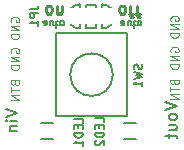
<source format=gbr>
G04 #@! TF.FileFunction,Legend,Bot*
%FSLAX46Y46*%
G04 Gerber Fmt 4.6, Leading zero omitted, Abs format (unit mm)*
G04 Created by KiCad (PCBNEW 4.1.0-alpha+201606061201+6885~45~ubuntu14.04.1-product) date Fri Jun 10 14:32:16 2016*
%MOMM*%
%LPD*%
G01*
G04 APERTURE LIST*
%ADD10C,0.100000*%
%ADD11C,0.150000*%
%ADD12C,0.200000*%
%ADD13C,0.125000*%
%ADD14C,0.250000*%
%ADD15C,0.203200*%
%ADD16R,2.432000X2.127200*%
%ADD17O,2.432000X2.127200*%
%ADD18R,2.500000X1.800000*%
%ADD19R,1.600000X1.300000*%
%ADD20R,1.400000X1.400000*%
G04 APERTURE END LIST*
D10*
D11*
X229950769Y-102273525D02*
X229950769Y-102587811D01*
X229922198Y-102644954D01*
X229865055Y-102673525D01*
X229750769Y-102673525D01*
X229693626Y-102644954D01*
X229950769Y-102302096D02*
X229893626Y-102273525D01*
X229750769Y-102273525D01*
X229693626Y-102302096D01*
X229665055Y-102359239D01*
X229665055Y-102416382D01*
X229693626Y-102473525D01*
X229750769Y-102502096D01*
X229893626Y-102502096D01*
X229950769Y-102530668D01*
X230493626Y-102673525D02*
X230493626Y-102273525D01*
X230236484Y-102673525D02*
X230236484Y-102359239D01*
X230265055Y-102302096D01*
X230322198Y-102273525D01*
X230407912Y-102273525D01*
X230465055Y-102302096D01*
X230493626Y-102330668D01*
X230693626Y-102673525D02*
X230922198Y-102673525D01*
X230779341Y-102873525D02*
X230779341Y-102359239D01*
X230807912Y-102302096D01*
X230865055Y-102273525D01*
X230922198Y-102273525D01*
X231207912Y-102273525D02*
X231150769Y-102302096D01*
X231122198Y-102330668D01*
X231093626Y-102387811D01*
X231093626Y-102559239D01*
X231122198Y-102616382D01*
X231150769Y-102644954D01*
X231207912Y-102673525D01*
X231293626Y-102673525D01*
X231350769Y-102644954D01*
X231379341Y-102616382D01*
X231407912Y-102559239D01*
X231407912Y-102387811D01*
X231379341Y-102330668D01*
X231350769Y-102302096D01*
X231293626Y-102273525D01*
X231207912Y-102273525D01*
X223378653Y-102273525D02*
X223378653Y-102587811D01*
X223350082Y-102644954D01*
X223292939Y-102673525D01*
X223178653Y-102673525D01*
X223121510Y-102644954D01*
X223378653Y-102302096D02*
X223321510Y-102273525D01*
X223178653Y-102273525D01*
X223121510Y-102302096D01*
X223092939Y-102359239D01*
X223092939Y-102416382D01*
X223121510Y-102473525D01*
X223178653Y-102502096D01*
X223321510Y-102502096D01*
X223378653Y-102530668D01*
X223921510Y-102673525D02*
X223921510Y-102273525D01*
X223664368Y-102673525D02*
X223664368Y-102359239D01*
X223692939Y-102302096D01*
X223750082Y-102273525D01*
X223835796Y-102273525D01*
X223892939Y-102302096D01*
X223921510Y-102330668D01*
X224121510Y-102673525D02*
X224350082Y-102673525D01*
X224207225Y-102873525D02*
X224207225Y-102359239D01*
X224235796Y-102302096D01*
X224292939Y-102273525D01*
X224350082Y-102273525D01*
X224635796Y-102273525D02*
X224578653Y-102302096D01*
X224550082Y-102330668D01*
X224521510Y-102387811D01*
X224521510Y-102559239D01*
X224550082Y-102616382D01*
X224578653Y-102644954D01*
X224635796Y-102673525D01*
X224721510Y-102673525D01*
X224778653Y-102644954D01*
X224807225Y-102616382D01*
X224835796Y-102559239D01*
X224835796Y-102387811D01*
X224807225Y-102330668D01*
X224778653Y-102302096D01*
X224721510Y-102273525D01*
X224635796Y-102273525D01*
D12*
X233407130Y-109191190D02*
X234407130Y-109524523D01*
X233407130Y-109857857D01*
X234407130Y-110334047D02*
X234359511Y-110238809D01*
X234311892Y-110191190D01*
X234216654Y-110143571D01*
X233930940Y-110143571D01*
X233835702Y-110191190D01*
X233788083Y-110238809D01*
X233740464Y-110334047D01*
X233740464Y-110476904D01*
X233788083Y-110572142D01*
X233835702Y-110619761D01*
X233930940Y-110667380D01*
X234216654Y-110667380D01*
X234311892Y-110619761D01*
X234359511Y-110572142D01*
X234407130Y-110476904D01*
X234407130Y-110334047D01*
X233740464Y-111524523D02*
X234407130Y-111524523D01*
X233740464Y-111095952D02*
X234264273Y-111095952D01*
X234359511Y-111143571D01*
X234407130Y-111238809D01*
X234407130Y-111381666D01*
X234359511Y-111476904D01*
X234311892Y-111524523D01*
X233740464Y-111857857D02*
X233740464Y-112238809D01*
X233407130Y-112000714D02*
X234264273Y-112000714D01*
X234359511Y-112048333D01*
X234407130Y-112143571D01*
X234407130Y-112238809D01*
D13*
X234195000Y-107491666D02*
X234228333Y-107591666D01*
X234261666Y-107625000D01*
X234328333Y-107658333D01*
X234428333Y-107658333D01*
X234495000Y-107625000D01*
X234528333Y-107591666D01*
X234561666Y-107525000D01*
X234561666Y-107258333D01*
X233861666Y-107258333D01*
X233861666Y-107491666D01*
X233895000Y-107558333D01*
X233928333Y-107591666D01*
X233995000Y-107625000D01*
X234061666Y-107625000D01*
X234128333Y-107591666D01*
X234161666Y-107558333D01*
X234195000Y-107491666D01*
X234195000Y-107258333D01*
X233861666Y-107858333D02*
X233861666Y-108258333D01*
X234561666Y-108058333D02*
X233861666Y-108058333D01*
X234561666Y-108491666D02*
X233861666Y-108491666D01*
X234561666Y-108891666D01*
X233861666Y-108891666D01*
X233895000Y-104901666D02*
X233861666Y-104835000D01*
X233861666Y-104735000D01*
X233895000Y-104635000D01*
X233961666Y-104568333D01*
X234028333Y-104535000D01*
X234161666Y-104501666D01*
X234261666Y-104501666D01*
X234395000Y-104535000D01*
X234461666Y-104568333D01*
X234528333Y-104635000D01*
X234561666Y-104735000D01*
X234561666Y-104801666D01*
X234528333Y-104901666D01*
X234495000Y-104935000D01*
X234261666Y-104935000D01*
X234261666Y-104801666D01*
X234561666Y-105235000D02*
X233861666Y-105235000D01*
X234561666Y-105635000D01*
X233861666Y-105635000D01*
X234561666Y-105968333D02*
X233861666Y-105968333D01*
X233861666Y-106135000D01*
X233895000Y-106235000D01*
X233961666Y-106301666D01*
X234028333Y-106335000D01*
X234161666Y-106368333D01*
X234261666Y-106368333D01*
X234395000Y-106335000D01*
X234461666Y-106301666D01*
X234528333Y-106235000D01*
X234561666Y-106135000D01*
X234561666Y-105968333D01*
X233895000Y-102261666D02*
X233861666Y-102195000D01*
X233861666Y-102095000D01*
X233895000Y-101995000D01*
X233961666Y-101928333D01*
X234028333Y-101895000D01*
X234161666Y-101861666D01*
X234261666Y-101861666D01*
X234395000Y-101895000D01*
X234461666Y-101928333D01*
X234528333Y-101995000D01*
X234561666Y-102095000D01*
X234561666Y-102161666D01*
X234528333Y-102261666D01*
X234495000Y-102295000D01*
X234261666Y-102295000D01*
X234261666Y-102161666D01*
X234561666Y-102595000D02*
X233861666Y-102595000D01*
X234561666Y-102995000D01*
X233861666Y-102995000D01*
X234561666Y-103328333D02*
X233861666Y-103328333D01*
X233861666Y-103495000D01*
X233895000Y-103595000D01*
X233961666Y-103661666D01*
X234028333Y-103695000D01*
X234161666Y-103728333D01*
X234261666Y-103728333D01*
X234395000Y-103695000D01*
X234461666Y-103661666D01*
X234528333Y-103595000D01*
X234561666Y-103495000D01*
X234561666Y-103328333D01*
D12*
X219899380Y-109735188D02*
X220899380Y-110068521D01*
X219899380Y-110401855D01*
X220899380Y-110735188D02*
X220232714Y-110735188D01*
X219899380Y-110735188D02*
X219947000Y-110687569D01*
X219994619Y-110735188D01*
X219947000Y-110782807D01*
X219899380Y-110735188D01*
X219994619Y-110735188D01*
X220232714Y-111211378D02*
X220899380Y-111211378D01*
X220327952Y-111211378D02*
X220280333Y-111258998D01*
X220232714Y-111354236D01*
X220232714Y-111497093D01*
X220280333Y-111592331D01*
X220375571Y-111639950D01*
X220899380Y-111639950D01*
D13*
X220687250Y-107550998D02*
X220720583Y-107650998D01*
X220753916Y-107684332D01*
X220820583Y-107717665D01*
X220920583Y-107717665D01*
X220987250Y-107684332D01*
X221020583Y-107650998D01*
X221053916Y-107584332D01*
X221053916Y-107317665D01*
X220353916Y-107317665D01*
X220353916Y-107550998D01*
X220387250Y-107617665D01*
X220420583Y-107650998D01*
X220487250Y-107684332D01*
X220553916Y-107684332D01*
X220620583Y-107650998D01*
X220653916Y-107617665D01*
X220687250Y-107550998D01*
X220687250Y-107317665D01*
X220353916Y-107917665D02*
X220353916Y-108317665D01*
X221053916Y-108117665D02*
X220353916Y-108117665D01*
X221053916Y-108550998D02*
X220353916Y-108550998D01*
X221053916Y-108950998D01*
X220353916Y-108950998D01*
X220387250Y-104976332D02*
X220353916Y-104909666D01*
X220353916Y-104809666D01*
X220387250Y-104709666D01*
X220453916Y-104642999D01*
X220520583Y-104609666D01*
X220653916Y-104576332D01*
X220753916Y-104576332D01*
X220887250Y-104609666D01*
X220953916Y-104642999D01*
X221020583Y-104709666D01*
X221053916Y-104809666D01*
X221053916Y-104876332D01*
X221020583Y-104976332D01*
X220987250Y-105009666D01*
X220753916Y-105009666D01*
X220753916Y-104876332D01*
X221053916Y-105309666D02*
X220353916Y-105309666D01*
X221053916Y-105709666D01*
X220353916Y-105709666D01*
X221053916Y-106042999D02*
X220353916Y-106042999D01*
X220353916Y-106209666D01*
X220387250Y-106309666D01*
X220453916Y-106376332D01*
X220520583Y-106409666D01*
X220653916Y-106442999D01*
X220753916Y-106442999D01*
X220887250Y-106409666D01*
X220953916Y-106376332D01*
X221020583Y-106309666D01*
X221053916Y-106209666D01*
X221053916Y-106042999D01*
D14*
X223490558Y-101002573D02*
X223395320Y-101050192D01*
X223347701Y-101097811D01*
X223300082Y-101193049D01*
X223300082Y-101478763D01*
X223347701Y-101574001D01*
X223395320Y-101621620D01*
X223490558Y-101669239D01*
X223633415Y-101669239D01*
X223728653Y-101621620D01*
X223776272Y-101574001D01*
X223823891Y-101478763D01*
X223823891Y-101193049D01*
X223776272Y-101097811D01*
X223728653Y-101050192D01*
X223633415Y-101002573D01*
X223490558Y-101002573D01*
X224252463Y-101669239D02*
X224252463Y-101002573D01*
X224252463Y-101574001D02*
X224300082Y-101621620D01*
X224395320Y-101669239D01*
X224538177Y-101669239D01*
X224633415Y-101621620D01*
X224681034Y-101526382D01*
X224681034Y-101002573D01*
X229693626Y-101002573D02*
X229598388Y-101050192D01*
X229550769Y-101097811D01*
X229503150Y-101193049D01*
X229503150Y-101478763D01*
X229550769Y-101574001D01*
X229598388Y-101621620D01*
X229693626Y-101669239D01*
X229836484Y-101669239D01*
X229931722Y-101621620D01*
X229979341Y-101574001D01*
X230026960Y-101478763D01*
X230026960Y-101193049D01*
X229979341Y-101097811D01*
X229931722Y-101050192D01*
X229836484Y-101002573D01*
X229693626Y-101002573D01*
X230312674Y-101669239D02*
X230693626Y-101669239D01*
X230455531Y-101002573D02*
X230455531Y-101859715D01*
X230503150Y-101954954D01*
X230598388Y-102002573D01*
X230693626Y-102002573D01*
X230884103Y-101669239D02*
X231265055Y-101669239D01*
X231026960Y-101002573D02*
X231026960Y-101859715D01*
X231074579Y-101954954D01*
X231169817Y-102002573D01*
X231265055Y-102002573D01*
D13*
X220387250Y-102351666D02*
X220353916Y-102285000D01*
X220353916Y-102185000D01*
X220387250Y-102085000D01*
X220453916Y-102018333D01*
X220520583Y-101985000D01*
X220653916Y-101951666D01*
X220753916Y-101951666D01*
X220887250Y-101985000D01*
X220953916Y-102018333D01*
X221020583Y-102085000D01*
X221053916Y-102185000D01*
X221053916Y-102251666D01*
X221020583Y-102351666D01*
X220987250Y-102385000D01*
X220753916Y-102385000D01*
X220753916Y-102251666D01*
X221053916Y-102685000D02*
X220353916Y-102685000D01*
X221053916Y-103085000D01*
X220353916Y-103085000D01*
X221053916Y-103418333D02*
X220353916Y-103418333D01*
X220353916Y-103585000D01*
X220387250Y-103685000D01*
X220453916Y-103751666D01*
X220520583Y-103785000D01*
X220653916Y-103818333D01*
X220753916Y-103818333D01*
X220887250Y-103785000D01*
X220953916Y-103751666D01*
X221020583Y-103685000D01*
X221053916Y-103585000D01*
X221053916Y-103418333D01*
D11*
X228977776Y-106845000D02*
G75*
G03X228977776Y-106845000I-1802776J0D01*
G01*
X224175000Y-110345000D02*
X224175000Y-103345000D01*
X230175000Y-110345000D02*
X224175000Y-110345000D01*
X230175000Y-103345000D02*
X230175000Y-110345000D01*
X224175000Y-103345000D02*
X230175000Y-103345000D01*
X230965000Y-110930000D02*
X229965000Y-110930000D01*
X229965000Y-112280000D02*
X230965000Y-112280000D01*
X222935000Y-112260000D02*
X223935000Y-112260000D01*
X223935000Y-110910000D02*
X222935000Y-110910000D01*
D15*
X226735000Y-102915000D02*
X226735000Y-100915000D01*
X226735000Y-100915000D02*
X227535000Y-100915000D01*
X227535000Y-100915000D02*
X227535000Y-102915000D01*
X227535000Y-102915000D02*
X226735000Y-102915000D01*
X228089000Y-100899000D02*
X228089000Y-102931000D01*
X226181000Y-102931000D02*
X226181000Y-100899000D01*
X228089000Y-100899000D02*
G75*
G02X229105000Y-101915000I0J-1016000D01*
G01*
X229105000Y-101915000D02*
G75*
G02X228089000Y-102931000I-1016000J0D01*
G01*
X226181000Y-102931000D02*
G75*
G02X225165000Y-101915000I0J1016000D01*
G01*
X225165000Y-101915000D02*
G75*
G02X226181000Y-100899000I1016000J0D01*
G01*
D11*
X231438333Y-105971666D02*
X231471666Y-106071666D01*
X231471666Y-106238333D01*
X231438333Y-106305000D01*
X231405000Y-106338333D01*
X231338333Y-106371666D01*
X231271666Y-106371666D01*
X231205000Y-106338333D01*
X231171666Y-106305000D01*
X231138333Y-106238333D01*
X231105000Y-106105000D01*
X231071666Y-106038333D01*
X231038333Y-106005000D01*
X230971666Y-105971666D01*
X230905000Y-105971666D01*
X230838333Y-106005000D01*
X230805000Y-106038333D01*
X230771666Y-106105000D01*
X230771666Y-106271666D01*
X230805000Y-106371666D01*
X230771666Y-106605000D02*
X231471666Y-106771666D01*
X230971666Y-106905000D01*
X231471666Y-107038333D01*
X230771666Y-107205000D01*
X231471666Y-107838333D02*
X231471666Y-107438333D01*
X231471666Y-107638333D02*
X230771666Y-107638333D01*
X230871666Y-107571666D01*
X230938333Y-107505000D01*
X230971666Y-107438333D01*
X228201666Y-110881666D02*
X228201666Y-110548333D01*
X227501666Y-110548333D01*
X227835000Y-111115000D02*
X227835000Y-111348333D01*
X228201666Y-111448333D02*
X228201666Y-111115000D01*
X227501666Y-111115000D01*
X227501666Y-111448333D01*
X228201666Y-111748333D02*
X227501666Y-111748333D01*
X227501666Y-111915000D01*
X227535000Y-112015000D01*
X227601666Y-112081666D01*
X227668333Y-112115000D01*
X227801666Y-112148333D01*
X227901666Y-112148333D01*
X228035000Y-112115000D01*
X228101666Y-112081666D01*
X228168333Y-112015000D01*
X228201666Y-111915000D01*
X228201666Y-111748333D01*
X227568333Y-112415000D02*
X227535000Y-112448333D01*
X227501666Y-112515000D01*
X227501666Y-112681666D01*
X227535000Y-112748333D01*
X227568333Y-112781666D01*
X227635000Y-112815000D01*
X227701666Y-112815000D01*
X227801666Y-112781666D01*
X228201666Y-112381666D01*
X228201666Y-112815000D01*
X226421666Y-110911666D02*
X226421666Y-110578333D01*
X225721666Y-110578333D01*
X226055000Y-111145000D02*
X226055000Y-111378333D01*
X226421666Y-111478333D02*
X226421666Y-111145000D01*
X225721666Y-111145000D01*
X225721666Y-111478333D01*
X226421666Y-111778333D02*
X225721666Y-111778333D01*
X225721666Y-111945000D01*
X225755000Y-112045000D01*
X225821666Y-112111666D01*
X225888333Y-112145000D01*
X226021666Y-112178333D01*
X226121666Y-112178333D01*
X226255000Y-112145000D01*
X226321666Y-112111666D01*
X226388333Y-112045000D01*
X226421666Y-111945000D01*
X226421666Y-111778333D01*
X226421666Y-112845000D02*
X226421666Y-112445000D01*
X226421666Y-112645000D02*
X225721666Y-112645000D01*
X225821666Y-112578333D01*
X225888333Y-112511666D01*
X225921666Y-112445000D01*
X221961666Y-101301666D02*
X222461666Y-101301666D01*
X222561666Y-101268333D01*
X222628333Y-101201666D01*
X222661666Y-101101666D01*
X222661666Y-101035000D01*
X222661666Y-101635000D02*
X221961666Y-101635000D01*
X221961666Y-101901666D01*
X221995000Y-101968333D01*
X222028333Y-102001666D01*
X222095000Y-102035000D01*
X222195000Y-102035000D01*
X222261666Y-102001666D01*
X222295000Y-101968333D01*
X222328333Y-101901666D01*
X222328333Y-101635000D01*
X222661666Y-102701666D02*
X222661666Y-102301666D01*
X222661666Y-102501666D02*
X221961666Y-102501666D01*
X222061666Y-102435000D01*
X222128333Y-102368333D01*
X222161666Y-102301666D01*
%LPC*%
D16*
X236220000Y-110490000D03*
D17*
X236220000Y-107950000D03*
X236220000Y-105410000D03*
X236220000Y-102870000D03*
D16*
X218440000Y-102870000D03*
D17*
X218440000Y-105410000D03*
X218440000Y-107950000D03*
X218440000Y-110490000D03*
D18*
X222625000Y-104595000D03*
X231725000Y-109095000D03*
X231725000Y-104595000D03*
X222625000Y-109095000D03*
D19*
X229365000Y-111605000D03*
X231565000Y-111605000D03*
X224535000Y-111585000D03*
X222335000Y-111585000D03*
D20*
X225785000Y-101915000D03*
X228485000Y-101915000D03*
X227135000Y-101915000D03*
M02*

</source>
